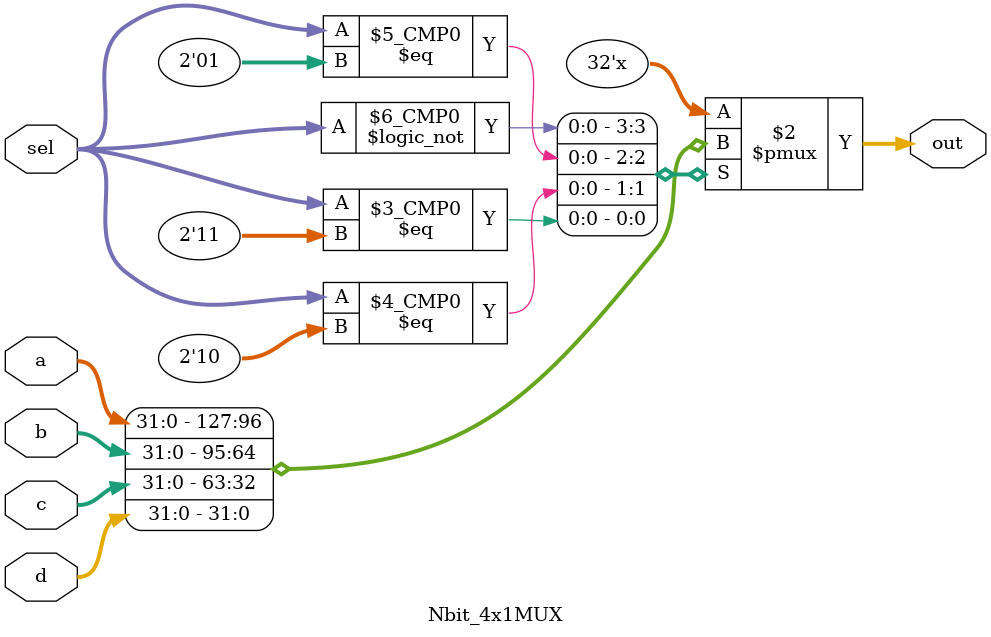
<source format=v>
`timescale 1ns / 1ps

module Nbit_4x1MUX #(parameter n=32) (input [1:0] sel, input [n-1:0] a, input [n-1:0] b, input [n-1:0] c, input [n-1:0] d,
output reg [n-1:0] out );

always @ (*) begin
case(sel)
2'b00: out = a;
2'b01: out = b;
2'b10: out = c;
2'b11: out = d;
default: out = a; 

endcase
end

endmodule
</source>
